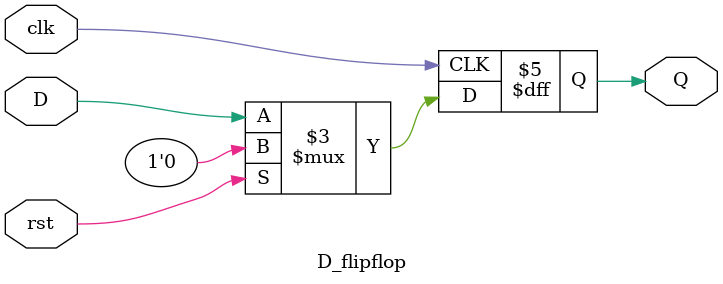
<source format=v>
`timescale 1ns / 1ps


module D_flipflop(
input clk,rst,D,
output reg Q
    );
    always @(posedge clk) begin
    if (rst)
     Q <= 0;
     else  
     Q <= D;
   end 
endmodule

</source>
